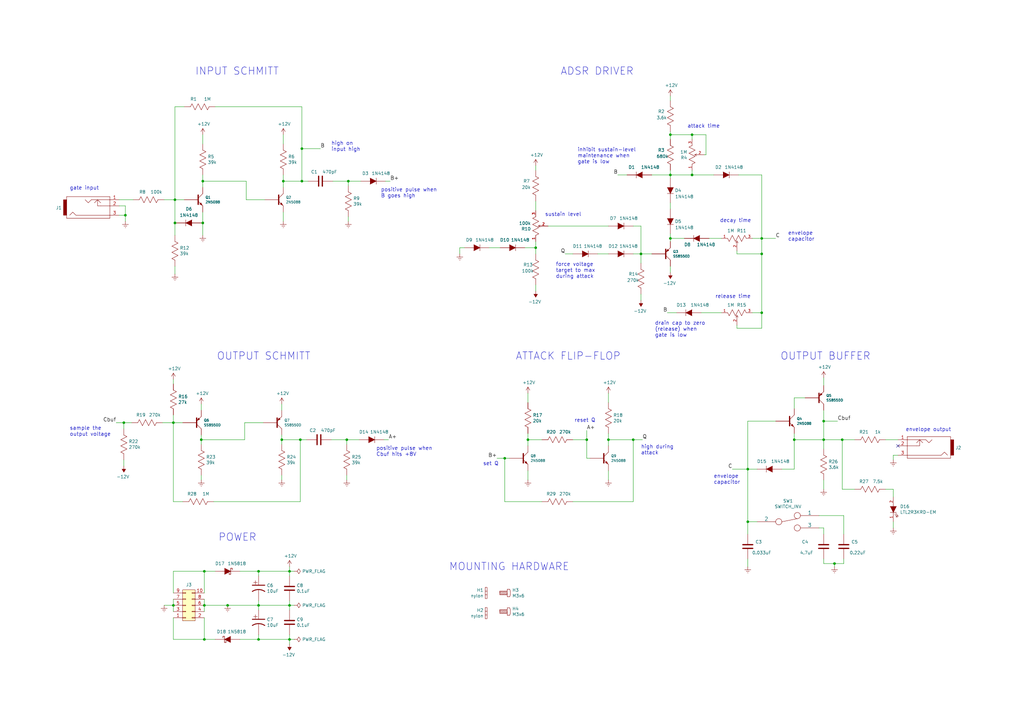
<source format=kicad_sch>
(kicad_sch (version 20211123) (generator eeschema)
  (paper "A3")
  (title_block (title "MSK 012 Transistor ADSR") (comment 1 "$Id: qadsr.kicad_sch 10136 2022-06-04 19:09:28Z mskala $"))
  (lib_symbols
    (symbol "mskala:+12V" (power) (pin_names (offset 0))
      (property "Value" "+12V" (at 0 3.556 0))
      (symbol "+12V_0_1"
        (polyline (pts (xy -0.762 1.27) (xy 0 2.54)))
        (polyline (pts (xy 0 0) (xy 0 2.54)))
        (polyline (pts (xy 0 2.54) (xy 0.762 1.27)))
      )
      (symbol "+12V_1_1"
        (pin power_in line (at 0 0 90) (length 0) hide (name "+12V") (number "1"))
      )
    )
    (symbol "mskala:-12V" (power) (pin_names (offset 0))
      (property "Value" "-12V" (at 0 3.81 0))
      (symbol "-12V_0_0"
        (pin power_in line (at 0 0 90) (length 0) hide (name "-12V") (number "1"))
      )
      (symbol "-12V_0_1"
        (polyline (pts (xy 0 0) (xy 0 1.27) (xy 0.762 1.27) (xy 0 2.54) (xy -0.762 1.27) (xy 0 1.27)) (fill (type outline)))
      )
    )
    (symbol "mskala:2N3904" (pin_numbers hide) (pin_names (offset 0) hide)
      (property "Reference" "Q" (at -2.54 -1.27 0))
      (property "Value" "2N3904" (at -2.54 -3.81 0))
      (symbol "2N3904_0_1"
        (polyline (pts (xy 0.635 0.635) (xy 2.54 2.54)))
        (polyline (pts (xy 0.635 -0.635) (xy 2.54 -2.54) (xy 2.54 -2.54)))
        (polyline (pts (xy 0.635 1.905) (xy 0.635 -1.905) (xy 0.635 -1.905)) (stroke (width 0.508)))
        (polyline (pts (xy 1.27 -1.778) (xy 1.778 -1.27) (xy 2.286 -2.286) (xy 1.27 -1.778) (xy 1.27 -1.778)) (fill (type outline)))
      )
      (symbol "2N3904_1_1"
        (pin passive line (at 2.54 -5.08 90) (length 2.54) (name "E") (number "1"))
        (pin input line (at -5.08 0 0) (length 5.715) (name "B") (number "2"))
        (pin passive line (at 2.54 5.08 270) (length 2.54) (name "C") (number "3"))
      )
    )
    (symbol "mskala:C-old" (pin_numbers hide) (pin_names (offset 0.254))
      (property "Reference" "C" (at 1.27 2.54 0))
      (property "Value" "C-old" (at 1.27 -2.54 0))
      (symbol "C-old_0_1"
        (polyline (pts (xy -2.032 -0.762) (xy 2.032 -0.762)) (stroke (width 0.508)))
        (polyline (pts (xy -2.032 0.762) (xy 2.032 0.762)) (stroke (width 0.508)))
      )
      (symbol "C-old_1_1"
        (pin passive line (at 0 5.08 270) (length 4.318) (name "~") (number "1"))
        (pin passive line (at 0 -5.08 90) (length 4.318) (name "~") (number "2"))
      )
    )
    (symbol "mskala:CONN_02X05" (pin_names (offset 0.0254) hide)
      (property "Reference" "J" (at 0 7.62 0))
      (property "Value" "CONN_02X05" (at 0 -7.62 0))
      (symbol "CONN_02X05_0_1"
        (rectangle (start -2.54 -4.953) (end -1.27 -5.207))
        (rectangle (start -2.54 -2.413) (end -1.27 -2.667))
        (rectangle (start -2.54 0.127) (end -1.27 -0.127))
        (rectangle (start -2.54 2.667) (end -1.27 2.413))
        (rectangle (start -2.54 5.207) (end -1.27 4.953))
        (rectangle (start -2.54 6.35) (end 2.54 -6.35) (fill (type background)))
        (rectangle (start 1.27 -4.953) (end 2.54 -5.207))
        (rectangle (start 1.27 -2.413) (end 2.54 -2.667))
        (rectangle (start 1.27 0.127) (end 2.54 -0.127))
        (rectangle (start 1.27 2.667) (end 2.54 2.413))
        (rectangle (start 1.27 5.207) (end 2.54 4.953))
      )
      (symbol "CONN_02X05_1_1"
        (pin passive line (at -6.35 5.08 0) (length 3.81) (name "P1") (number "1"))
        (pin passive line (at 6.35 -5.08 180) (length 3.81) (name "P10") (number "10"))
        (pin passive line (at 6.35 5.08 180) (length 3.81) (name "P2") (number "2"))
        (pin passive line (at -6.35 2.54 0) (length 3.81) (name "P3") (number "3"))
        (pin passive line (at 6.35 2.54 180) (length 3.81) (name "P4") (number "4"))
        (pin passive line (at -6.35 0 0) (length 3.81) (name "P5") (number "5"))
        (pin passive line (at 6.35 0 180) (length 3.81) (name "P6") (number "6"))
        (pin passive line (at -6.35 -2.54 0) (length 3.81) (name "P7") (number "7"))
        (pin passive line (at 6.35 -2.54 180) (length 3.81) (name "P8") (number "8"))
        (pin passive line (at -6.35 -5.08 0) (length 3.81) (name "P9") (number "9"))
      )
    )
    (symbol "mskala:CP1-old" (pin_numbers hide) (pin_names (offset 0.254) hide)
      (property "Reference" "C" (at 1.27 2.54 0))
      (property "Value" "CP1-old" (at 1.27 -2.54 0))
      (symbol "CP1-old_0_0"
        (text "+" (at -1.27 2.54 0) (effects (font (size 2.032 2.032))))
      )
      (symbol "CP1-old_0_1"
        (polyline (pts (xy -2.54 1.27) (xy 2.54 1.27) (xy 1.27 1.27) (xy 1.27 1.27)) (stroke (width 0.381)))
        (arc (start 2.54 -1.27) (mid 0 -0.5009) (end -2.54 -1.27) (stroke (width 0.381)))
      )
      (symbol "CP1-old_1_1"
        (pin passive line (at 0 5.08 270) (length 3.81) (name "~") (number "1"))
        (pin passive line (at 0 -5.08 90) (length 4.572) (name "~") (number "2"))
      )
    )
    (symbol "mskala:DIODE" (pin_numbers hide) (pin_names (offset 1.016) hide)
      (property "Reference" "D" (at 0 2.54 0))
      (property "Value" "DIODE" (at 0 -2.54 0))
      (symbol "DIODE_0_1"
        (polyline (pts (xy 1.27 1.27) (xy 1.27 -1.27)) (stroke (width 0.1524)))
        (polyline (pts (xy -1.27 1.27) (xy 1.27 0) (xy -1.27 -1.27)) (fill (type outline)))
      )
      (symbol "DIODE_1_1"
        (pin passive line (at -5.08 0 0) (length 3.81) (name "A") (number "1"))
        (pin passive line (at 5.08 0 180) (length 3.81) (name "K") (number "2"))
      )
    )
    (symbol "mskala:DIODESCH" (pin_numbers hide) (pin_names (offset 1.016) hide)
      (property "Reference" "D" (at 0 2.54 0))
      (property "Value" "DIODESCH" (at 0 -2.54 0))
      (symbol "DIODESCH_0_1"
        (polyline (pts (xy -1.27 1.27) (xy 1.27 0) (xy -1.27 -1.27)) (fill (type outline)))
        (polyline (pts (xy 1.905 0.635) (xy 1.905 1.27) (xy 1.27 1.27) (xy 1.27 -1.27) (xy 0.635 -1.27) (xy 0.635 -0.635)) (stroke (width 0.2032)))
      )
      (symbol "DIODESCH_1_1"
        (pin passive line (at -5.08 0 0) (length 3.81) (name "A") (number "1"))
        (pin passive line (at 5.08 0 180) (length 3.81) (name "K") (number "2"))
      )
    )
    (symbol "mskala:GNDREF" (power) (pin_names (offset 0))
      (symbol "GNDREF_0_1"
        (polyline (pts (xy -0.635 -1.905) (xy 0.635 -1.905)))
        (polyline (pts (xy -0.127 -2.54) (xy 0.127 -2.54)))
        (polyline (pts (xy 0 -1.27) (xy 0 0)))
        (polyline (pts (xy 1.27 -1.27) (xy -1.27 -1.27)))
      )
      (symbol "GNDREF_1_1"
        (pin power_in line (at 0 0 270) (length 0) hide (name "GNDREF") (number "1"))
      )
    )
    (symbol "mskala:JACK_2P" (pin_names (offset 1.016))
      (property "Reference" "J" (at -8.89 -5.08 0))
      (property "Value" "JACK_2P" (at -3.81 6.35 0))
      (symbol "JACK_2P_0_1"
        (rectangle (start -11.43 3.81) (end -10.16 -2.54) (fill (type outline)))
        (polyline (pts (xy 3.81 0) (xy 7.62 0) (xy 7.62 0)))
        (polyline (pts (xy 0 -2.54) (xy -1.27 -1.27) (xy -2.54 -2.54) (xy -2.54 -2.54)))
        (polyline (pts (xy 0 -2.54) (xy 7.62 -2.54) (xy 7.62 -2.54) (xy 7.62 -2.54)))
        (polyline (pts (xy 1.27 -1.27) (xy 2.54 -2.54) (xy 3.81 -1.27) (xy 3.81 -1.27)))
        (polyline (pts (xy 3.81 0) (xy 2.54 0) (xy 2.54 -2.54) (xy 2.54 -2.54)))
        (polyline (pts (xy 7.62 3.81) (xy -6.35 3.81) (xy -7.62 2.54) (xy -8.89 3.81) (xy -8.89 3.81)))
        (rectangle (start 7.62 -3.81) (end -10.16 5.08))
      )
      (symbol "JACK_2P_1_1"
        (pin passive line (at 11.43 -2.54 180) (length 3.81) (name "~") (number "1"))
        (pin passive line (at 11.43 0 180) (length 3.81) (name "~") (number "2"))
        (pin passive line (at 11.43 3.81 180) (length 3.81) (name "~") (number "3"))
      )
    )
    (symbol "mskala:LED-p1cath-msk" (pin_names (offset 1.016) hide)
      (property "Reference" "D" (at 0 2.54 0))
      (property "Value" "LED-p1cath-msk" (at 0 -2.54 0))
      (symbol "LED-p1cath-msk_0_1"
        (polyline (pts (xy 1.27 1.27) (xy 1.27 -1.27)))
        (polyline (pts (xy -1.27 1.27) (xy 1.27 0) (xy -1.27 -1.27)) (fill (type outline)))
        (polyline (pts (xy 1.651 -1.016) (xy 2.794 -2.032) (xy 2.667 -1.397)))
        (polyline (pts (xy 2.032 -0.635) (xy 3.175 -1.651) (xy 3.048 -1.016)))
      )
      (symbol "LED-p1cath-msk_1_1"
        (pin passive line (at 5.08 0 180) (length 3.81) (name "A") (number "1"))
        (pin passive line (at -5.08 0 0) (length 3.81) (name "K") (number "2"))
      )
    )
    (symbol "mskala:MachineScrew" (pin_names (offset 1.016)) (on_board no)
      (property "Reference" "H" (at 0 2.54 0))
      (property "Value" "MachineScrew" (at 0 -2.54 0))
      (symbol "MachineScrew_0_1"
        (arc (start -2.032 1.524) (mid -2.3448 0) (end -2.032 -1.524))
        (polyline (pts (xy -1.016 0.762) (xy -0.508 -0.762)))
        (polyline (pts (xy -0.508 0.762) (xy 0 -0.762)))
        (polyline (pts (xy 0 0.762) (xy 0.508 -0.762)))
        (polyline (pts (xy 0.508 0.762) (xy 1.016 -0.762)))
        (polyline (pts (xy 1.016 0.762) (xy 1.524 -0.762)))
        (polyline (pts (xy 1.524 0.762) (xy 2.032 -0.762)))
        (polyline (pts (xy -2.032 1.524) (xy -1.016 1.524) (xy -1.016 -1.524) (xy -2.032 -1.524)))
        (polyline (pts (xy -1.016 0.762) (xy 2.032 0.762) (xy 2.032 -0.762) (xy -1.016 -0.762)))
      )
    )
    (symbol "mskala:PN200A" (pin_numbers hide) (pin_names (offset 0) hide)
      (property "Reference" "Q" (at -1.27 -1.27 0))
      (property "Value" "PN200A" (at -2.54 -3.81 0))
      (symbol "PN200A_0_1"
        (polyline (pts (xy 2.54 -2.54) (xy 0.635 -0.635)))
        (polyline (pts (xy 2.54 2.54) (xy 0.635 0.635)))
        (polyline (pts (xy 0.635 1.905) (xy 0.635 -1.905) (xy 0.635 -1.905)) (stroke (width 0.508)) (fill (type outline)))
        (polyline (pts (xy 1.397 -1.905) (xy 1.905 -1.397) (xy 0.889 -0.889) (xy 1.397 -1.905) (xy 1.397 -1.905)) (fill (type outline)))
      )
      (symbol "PN200A_1_1"
        (pin passive line (at 2.54 -5.08 90) (length 2.54) (name "E") (number "1"))
        (pin input line (at -5.08 0 0) (length 5.715) (name "B") (number "2"))
        (pin passive line (at 2.54 5.08 270) (length 2.54) (name "C") (number "3"))
      )
    )
    (symbol "mskala:POTUS" (pin_names (offset 1.016) hide)
      (property "Reference" "R" (at 0 -2.54 0))
      (symbol "POTUS_0_1"
        (polyline (pts (xy -3.81 0) (xy -3.175 1.27) (xy -1.905 -1.27) (xy -0.635 1.27) (xy 0.635 -1.27) (xy 1.905 1.27) (xy 3.175 -1.27) (xy 3.81 0)))
        (arc (start 0 1.016) (mid -0.1553 1.4628) (end -0.508 1.778))
        (arc (start 0.508 1.778) (mid 0.1553 1.4628) (end 0 1.016))
      )
      (symbol "POTUS_1_1"
        (pin passive line (at -6.35 0 0) (length 2.54) (name "1") (number "1"))
        (pin passive line (at 0 5.08 270) (length 3.81) (name "2") (number "2"))
        (pin passive line (at 6.35 0 180) (length 2.54) (name "3") (number "3"))
      )
    )
    (symbol "mskala:PWR_FLAG" (power) (pin_numbers hide) (pin_names (offset 0) hide)
      (property "Value" "PWR_FLAG" (at 0 3.81 0))
      (symbol "PWR_FLAG_0_0"
        (pin power_out line (at 0 0 90) (length 0) (name "pwr") (number "1"))
      )
      (symbol "PWR_FLAG_0_1"
        (polyline (pts (xy 0 0) (xy 0 1.27) (xy -1.016 1.905) (xy 0 2.54) (xy 1.016 1.905) (xy 0 1.27)))
      )
    )
    (symbol "mskala:RUS" (pin_numbers hide) (pin_names (offset 0))
      (property "Reference" "R" (at -2.54 2.54 0))
      (property "Value" "RUS" (at 2.54 2.54 0))
      (symbol "RUS_0_1"
        (polyline (pts (xy -3.81 0) (xy -3.175 1.27) (xy -1.905 -1.27) (xy -0.635 1.27) (xy 0.635 -1.27) (xy 1.905 1.27) (xy 3.175 -1.27) (xy 3.81 0)))
      )
      (symbol "RUS_1_1"
        (pin passive line (at -6.35 0 0) (length 2.54) (name "~") (number "1"))
        (pin passive line (at 6.35 0 180) (length 2.54) (name "~") (number "2"))
      )
    )
    (symbol "mskala:SWITCH_INV" (pin_numbers hide) (pin_names (offset 0))
      (property "Reference" "SW" (at -5.08 3.81 0))
      (property "Value" "SWITCH_INV" (at -3.81 -3.81 0))
      (symbol "SWITCH_INV_0_0"
        (circle (center -3.81 0) (radius 1.27))
        (circle (center 3.81 -2.54) (radius 1.27))
      )
      (symbol "SWITCH_INV_0_1"
        (polyline (pts (xy -2.54 0) (xy 3.81 1.27)))
        (circle (center 3.81 2.54) (radius 1.27))
      )
      (symbol "SWITCH_INV_1_1"
        (pin passive line (at 12.7 2.54 180) (length 7.62) (name "1") (number "1"))
        (pin passive line (at -12.7 0 0) (length 7.62) (name "2") (number "2"))
        (pin passive line (at 12.7 -2.54 180) (length 7.62) (name "3") (number "3"))
      )
    )
    (symbol "mskala:Washer" (pin_names (offset 1.016)) (on_board no)
      (property "Reference" "H" (at 0 3.81 0))
      (property "Value" "Washer" (at 0 -3.81 0))
      (symbol "Washer_0_1"
        (rectangle (start -0.381 2.286) (end 0.381 -2.286))
        (polyline (pts (xy -0.381 -0.762) (xy 0.381 -0.762)))
        (polyline (pts (xy -0.381 0.762) (xy 0.381 0.762)))
      )
    )
  )
  (junction (at 51.435 88.265))
  (junction (at 274.955 55.245))
  (junction (at 71.12 173.355))
  (junction (at 312.42 104.14))
  (junction (at 249.555 180.34))
  (junction (at 259.715 180.34))
  (junction (at 345.44 180.34))
  (junction (at 82.55 180.34))
  (junction (at 83.185 91.44))
  (junction (at 342.265 231.14))
  (junction (at 123.825 60.96))
  (junction (at 312.42 97.79))
  (junction (at 118.745 234.315))
  (junction (at 123.19 180.34))
  (junction (at 142.24 180.34))
  (junction (at 106.045 262.255))
  (junction (at 142.875 74.295))
  (junction (at 240.665 180.34))
  (junction (at 83.82 234.315))
  (junction (at 219.71 101.6))
  (junction (at 216.535 180.34))
  (junction (at 325.755 180.34))
  (junction (at 283.845 71.755))
  (junction (at 118.745 262.255))
  (junction (at 118.745 248.285))
  (junction (at 337.82 172.72))
  (junction (at 337.82 180.34))
  (junction (at 207.01 187.96))
  (junction (at 93.345 248.285))
  (junction (at 115.57 180.34))
  (junction (at 262.89 104.14))
  (junction (at 106.045 248.285))
  (junction (at 71.755 91.44))
  (junction (at 283.845 55.245))
  (junction (at 83.82 248.285))
  (junction (at 116.205 74.295))
  (junction (at 306.705 213.995))
  (junction (at 71.12 248.285))
  (junction (at 274.955 71.755))
  (junction (at 312.42 128.27))
  (junction (at 123.825 74.295))
  (junction (at 274.955 97.79))
  (junction (at 306.705 192.405))
  (junction (at 83.82 262.255))
  (junction (at 50.8 173.355))
  (junction (at 71.755 81.915))
  (junction (at 83.185 74.295))
  (junction (at 106.045 234.315))
  (no_connect (at 368.3 182.88))
  (wire (pts (xy 337.82 158.115) (xy 337.82 154.94)))
  (wire (pts (xy 123.19 205.74) (xy 123.19 180.34)))
  (wire (pts (xy 142.24 194.945) (xy 142.24 196.85)))
  (wire (pts (xy 337.82 231.14) (xy 342.265 231.14)))
  (wire (pts (xy 83.185 86.995) (xy 83.185 91.44)))
  (wire (pts (xy 116.205 74.295) (xy 123.825 74.295)))
  (wire (pts (xy 71.12 155.575) (xy 71.12 157.48)))
  (wire (pts (xy 249.555 180.34) (xy 249.555 182.88)))
  (wire (pts (xy 346.075 211.455) (xy 346.075 219.075)))
  (wire (pts (xy 274.955 39.37) (xy 274.955 41.275)))
  (wire (pts (xy 224.79 92.71) (xy 249.555 92.71)))
  (wire (pts (xy 216.535 196.85) (xy 216.535 193.04)))
  (wire (pts (xy 123.19 180.34) (xy 125.73 180.34)))
  (wire (pts (xy 259.715 104.14) (xy 262.89 104.14)))
  (wire (pts (xy 274.955 55.245) (xy 283.845 55.245)))
  (wire (pts (xy 290.83 97.79) (xy 295.91 97.79)))
  (wire (pts (xy 259.715 205.74) (xy 259.715 180.34)))
  (wire (pts (xy 283.845 71.755) (xy 292.735 71.755)))
  (wire (pts (xy 219.71 119.38) (xy 219.71 116.84)))
  (wire (pts (xy 216.535 180.34) (xy 216.535 182.88)))
  (wire (pts (xy 366.395 213.995) (xy 366.395 216.535)))
  (wire (pts (xy 259.715 180.34) (xy 263.525 180.34)))
  (wire (pts (xy 219.71 82.55) (xy 219.71 86.36)))
  (wire (pts (xy 158.115 74.295) (xy 160.02 74.295)))
  (wire (pts (xy 83.185 74.295) (xy 83.185 76.835)))
  (wire (pts (xy 106.045 236.22) (xy 106.045 234.315)))
  (wire (pts (xy 48.895 81.915) (xy 54.61 81.915)))
  (wire (pts (xy 274.955 53.975) (xy 274.955 55.245)))
  (wire (pts (xy 216.535 177.8) (xy 216.535 180.34)))
  (wire (pts (xy 337.82 216.535) (xy 337.82 219.075)))
  (wire (pts (xy 335.915 211.455) (xy 346.075 211.455)))
  (wire (pts (xy 262.89 104.14) (xy 267.335 104.14)))
  (wire (pts (xy 71.12 262.255) (xy 83.82 262.255)))
  (wire (pts (xy 67.31 81.915) (xy 71.755 81.915)))
  (wire (pts (xy 118.745 232.41) (xy 118.745 234.315)))
  (wire (pts (xy 240.665 176.53) (xy 240.665 180.34)))
  (wire (pts (xy 83.185 71.755) (xy 83.185 74.295)))
  (wire (pts (xy 363.22 200.66) (xy 366.395 200.66)))
  (wire (pts (xy 72.39 91.44) (xy 71.755 91.44)))
  (wire (pts (xy 287.655 128.27) (xy 295.91 128.27)))
  (wire (pts (xy 50.8 188.595) (xy 50.8 191.135)))
  (wire (pts (xy 116.205 74.295) (xy 116.205 76.835)))
  (wire (pts (xy 93.345 248.285) (xy 106.045 248.285)))
  (wire (pts (xy 51.435 84.455) (xy 51.435 88.265)))
  (wire (pts (xy 47.625 173.355) (xy 50.8 173.355)))
  (wire (pts (xy 115.57 180.34) (xy 115.57 182.245)))
  (wire (pts (xy 118.745 234.315) (xy 120.65 234.315)))
  (wire (pts (xy 262.89 104.14) (xy 262.89 107.95)))
  (wire (pts (xy 71.755 43.815) (xy 75.565 43.815)))
  (wire (pts (xy 83.82 262.255) (xy 83.82 253.365)))
  (wire (pts (xy 249.555 193.04) (xy 249.555 196.85)))
  (wire (pts (xy 306.705 229.235) (xy 306.705 232.41)))
  (wire (pts (xy 234.95 205.74) (xy 259.715 205.74)))
  (wire (pts (xy 100.33 173.355) (xy 107.95 173.355)))
  (wire (pts (xy 118.745 262.255) (xy 118.745 264.16)))
  (wire (pts (xy 325.755 180.34) (xy 325.755 192.405)))
  (wire (pts (xy 123.825 74.295) (xy 126.365 74.295)))
  (wire (pts (xy 88.265 43.815) (xy 123.825 43.815)))
  (wire (pts (xy 274.955 71.755) (xy 283.845 71.755)))
  (wire (pts (xy 274.955 111.76) (xy 274.955 109.22)))
  (wire (pts (xy 188.595 101.6) (xy 190.5 101.6)))
  (wire (pts (xy 289.56 63.5) (xy 288.925 63.5)))
  (wire (pts (xy 325.755 180.34) (xy 337.82 180.34)))
  (wire (pts (xy 116.205 86.995) (xy 116.205 90.805)))
  (wire (pts (xy 274.955 95.885) (xy 274.955 97.79)))
  (wire (pts (xy 83.82 234.315) (xy 83.82 243.205)))
  (wire (pts (xy 337.82 196.85) (xy 337.82 200.66)))
  (wire (pts (xy 312.42 97.79) (xy 312.42 104.14)))
  (wire (pts (xy 82.55 194.945) (xy 82.55 196.85)))
  (wire (pts (xy 142.24 182.245) (xy 142.24 180.34)))
  (wire (pts (xy 71.755 112.395) (xy 71.755 109.22)))
  (wire (pts (xy 83.82 262.255) (xy 88.265 262.255)))
  (wire (pts (xy 100.965 74.295) (xy 100.965 81.915)))
  (wire (pts (xy 135.89 180.34) (xy 142.24 180.34)))
  (wire (pts (xy 346.075 231.14) (xy 346.075 229.235)))
  (wire (pts (xy 82.55 180.34) (xy 82.55 182.245)))
  (wire (pts (xy 310.515 213.995) (xy 306.705 213.995)))
  (wire (pts (xy 48.895 84.455) (xy 51.435 84.455)))
  (wire (pts (xy 82.55 178.435) (xy 82.55 180.34)))
  (wire (pts (xy 123.825 60.96) (xy 131.445 60.96)))
  (wire (pts (xy 219.71 101.6) (xy 219.71 104.14)))
  (wire (pts (xy 82.55 180.34) (xy 100.33 180.34)))
  (wire (pts (xy 325.755 177.8) (xy 325.755 180.34)))
  (wire (pts (xy 249.555 177.8) (xy 249.555 180.34)))
  (wire (pts (xy 118.745 248.285) (xy 118.745 250.19)))
  (wire (pts (xy 337.82 172.72) (xy 337.82 180.34)))
  (wire (pts (xy 240.665 187.96) (xy 241.935 187.96)))
  (wire (pts (xy 267.335 71.755) (xy 274.955 71.755)))
  (wire (pts (xy 118.745 262.255) (xy 120.65 262.255)))
  (wire (pts (xy 219.71 101.6) (xy 215.265 101.6)))
  (wire (pts (xy 274.955 97.79) (xy 274.955 99.06)))
  (wire (pts (xy 116.205 71.755) (xy 116.205 74.295)))
  (wire (pts (xy 300.355 192.405) (xy 306.705 192.405)))
  (wire (pts (xy 71.12 173.355) (xy 74.93 173.355)))
  (wire (pts (xy 363.22 180.34) (xy 368.3 180.34)))
  (wire (pts (xy 207.01 205.74) (xy 207.01 187.96)))
  (wire (pts (xy 222.25 205.74) (xy 207.01 205.74)))
  (wire (pts (xy 253.365 71.755) (xy 257.175 71.755)))
  (wire (pts (xy 207.01 187.96) (xy 208.915 187.96)))
  (wire (pts (xy 312.42 128.27) (xy 312.42 134.62)))
  (wire (pts (xy 342.265 231.14) (xy 346.075 231.14)))
  (wire (pts (xy 219.71 99.06) (xy 219.71 101.6)))
  (wire (pts (xy 118.745 234.315) (xy 118.745 236.22)))
  (wire (pts (xy 274.955 83.185) (xy 274.955 85.725)))
  (wire (pts (xy 83.185 91.44) (xy 83.185 96.52)))
  (wire (pts (xy 118.745 246.38) (xy 118.745 248.285)))
  (wire (pts (xy 71.755 81.915) (xy 75.565 81.915)))
  (wire (pts (xy 274.955 97.79) (xy 280.67 97.79)))
  (wire (pts (xy 115.57 165.735) (xy 115.57 168.275)))
  (wire (pts (xy 106.045 248.285) (xy 106.045 250.19)))
  (wire (pts (xy 106.045 246.38) (xy 106.045 248.285)))
  (wire (pts (xy 302.26 102.87) (xy 302.26 104.14)))
  (wire (pts (xy 188.595 104.14) (xy 188.595 101.6)))
  (wire (pts (xy 142.875 88.9) (xy 142.875 90.805)))
  (wire (pts (xy 337.82 180.34) (xy 345.44 180.34)))
  (wire (pts (xy 274.955 69.85) (xy 274.955 71.755)))
  (wire (pts (xy 71.755 91.44) (xy 71.755 96.52)))
  (wire (pts (xy 312.42 128.27) (xy 308.61 128.27)))
  (wire (pts (xy 283.845 71.755) (xy 283.845 69.85)))
  (wire (pts (xy 71.12 170.18) (xy 71.12 173.355)))
  (wire (pts (xy 335.915 216.535) (xy 337.82 216.535)))
  (wire (pts (xy 302.895 71.755) (xy 312.42 71.755)))
  (wire (pts (xy 83.82 234.315) (xy 88.265 234.315)))
  (wire (pts (xy 98.425 234.315) (xy 106.045 234.315)))
  (wire (pts (xy 325.755 167.64) (xy 325.755 163.195)))
  (wire (pts (xy 302.26 104.14) (xy 312.42 104.14)))
  (wire (pts (xy 234.95 104.14) (xy 231.775 104.14)))
  (wire (pts (xy 249.555 165.1) (xy 249.555 161.29)))
  (wire (pts (xy 342.265 231.14) (xy 342.265 232.41)))
  (wire (pts (xy 100.965 81.915) (xy 108.585 81.915)))
  (wire (pts (xy 203.835 187.96) (xy 207.01 187.96)))
  (wire (pts (xy 337.82 229.235) (xy 337.82 231.14)))
  (wire (pts (xy 71.755 81.915) (xy 71.755 91.44)))
  (wire (pts (xy 71.12 234.315) (xy 83.82 234.315)))
  (wire (pts (xy 83.82 248.285) (xy 93.345 248.285)))
  (wire (pts (xy 87.63 205.74) (xy 123.19 205.74)))
  (wire (pts (xy 306.705 172.72) (xy 306.705 192.405)))
  (wire (pts (xy 240.665 180.34) (xy 240.665 187.96)))
  (wire (pts (xy 366.395 200.66) (xy 366.395 203.835)))
  (wire (pts (xy 116.205 59.055) (xy 116.205 55.245)))
  (wire (pts (xy 83.185 74.295) (xy 100.965 74.295)))
  (wire (pts (xy 83.82 248.285) (xy 83.82 250.825)))
  (wire (pts (xy 83.185 59.055) (xy 83.185 55.245)))
  (wire (pts (xy 106.045 234.315) (xy 118.745 234.315)))
  (wire (pts (xy 118.745 248.285) (xy 120.65 248.285)))
  (wire (pts (xy 345.44 200.66) (xy 350.52 200.66)))
  (wire (pts (xy 234.95 180.34) (xy 240.665 180.34)))
  (wire (pts (xy 216.535 165.1) (xy 216.535 161.29)))
  (wire (pts (xy 259.715 92.71) (xy 262.89 92.71)))
  (wire (pts (xy 50.8 173.355) (xy 53.975 173.355)))
  (wire (pts (xy 306.705 172.72) (xy 318.135 172.72)))
  (wire (pts (xy 106.045 260.35) (xy 106.045 262.255)))
  (wire (pts (xy 325.755 163.195) (xy 330.2 163.195)))
  (wire (pts (xy 115.57 196.85) (xy 115.57 194.945)))
  (wire (pts (xy 345.44 180.34) (xy 345.44 200.66)))
  (wire (pts (xy 306.705 192.405) (xy 306.705 213.995)))
  (wire (pts (xy 216.535 180.34) (xy 222.25 180.34)))
  (wire (pts (xy 274.955 55.245) (xy 274.955 57.15)))
  (wire (pts (xy 71.12 253.365) (xy 71.12 262.255)))
  (wire (pts (xy 82.55 165.735) (xy 82.55 168.275)))
  (wire (pts (xy 325.755 192.405) (xy 320.675 192.405)))
  (wire (pts (xy 245.11 104.14) (xy 249.555 104.14)))
  (wire (pts (xy 123.825 43.815) (xy 123.825 60.96)))
  (wire (pts (xy 115.57 178.435) (xy 115.57 180.34)))
  (wire (pts (xy 98.425 262.255) (xy 106.045 262.255)))
  (wire (pts (xy 366.395 188.595) (xy 366.395 186.69)))
  (wire (pts (xy 306.705 192.405) (xy 310.515 192.405)))
  (wire (pts (xy 308.61 97.79) (xy 312.42 97.79)))
  (wire (pts (xy 302.26 134.62) (xy 312.42 134.62)))
  (wire (pts (xy 262.89 123.19) (xy 262.89 120.65)))
  (wire (pts (xy 142.875 76.2) (xy 142.875 74.295)))
  (wire (pts (xy 366.395 186.69) (xy 368.3 186.69)))
  (wire (pts (xy 71.12 245.745) (xy 71.12 248.285)))
  (wire (pts (xy 142.24 180.34) (xy 147.32 180.34)))
  (wire (pts (xy 337.82 180.34) (xy 337.82 184.15)))
  (wire (pts (xy 71.12 243.205) (xy 71.12 234.315)))
  (wire (pts (xy 51.435 88.265) (xy 51.435 90.805)))
  (wire (pts (xy 100.33 180.34) (xy 100.33 173.355)))
  (wire (pts (xy 345.44 180.34) (xy 350.52 180.34)))
  (wire (pts (xy 115.57 180.34) (xy 123.19 180.34)))
  (wire (pts (xy 106.045 262.255) (xy 118.745 262.255)))
  (wire (pts (xy 283.845 55.245) (xy 289.56 55.245)))
  (wire (pts (xy 50.8 175.895) (xy 50.8 173.355)))
  (wire (pts (xy 312.42 71.755) (xy 312.42 97.79)))
  (wire (pts (xy 82.55 91.44) (xy 83.185 91.44)))
  (wire (pts (xy 312.42 97.79) (xy 318.135 97.79)))
  (wire (pts (xy 262.89 92.71) (xy 262.89 104.14)))
  (wire (pts (xy 283.845 55.245) (xy 283.845 57.15)))
  (wire (pts (xy 312.42 104.14) (xy 312.42 128.27)))
  (wire (pts (xy 118.745 260.35) (xy 118.745 262.255)))
  (wire (pts (xy 71.12 205.74) (xy 74.93 205.74)))
  (wire (pts (xy 337.82 168.275) (xy 337.82 172.72)))
  (wire (pts (xy 71.12 248.285) (xy 71.12 250.825)))
  (wire (pts (xy 48.895 88.265) (xy 51.435 88.265)))
  (wire (pts (xy 136.525 74.295) (xy 142.875 74.295)))
  (wire (pts (xy 274.955 71.755) (xy 274.955 73.025)))
  (wire (pts (xy 277.495 128.27) (xy 273.685 128.27)))
  (wire (pts (xy 157.48 180.34) (xy 159.385 180.34)))
  (wire (pts (xy 302.26 133.35) (xy 302.26 134.62)))
  (wire (pts (xy 71.12 173.355) (xy 71.12 205.74)))
  (wire (pts (xy 106.045 248.285) (xy 118.745 248.285)))
  (wire (pts (xy 142.875 74.295) (xy 147.955 74.295)))
  (wire (pts (xy 289.56 55.245) (xy 289.56 63.5)))
  (wire (pts (xy 306.705 213.995) (xy 306.705 219.075)))
  (wire (pts (xy 200.66 101.6) (xy 205.105 101.6)))
  (wire (pts (xy 71.755 43.815) (xy 71.755 81.915)))
  (wire (pts (xy 67.31 248.285) (xy 71.12 248.285)))
  (wire (pts (xy 66.675 173.355) (xy 71.12 173.355)))
  (wire (pts (xy 219.71 67.945) (xy 219.71 69.85)))
  (wire (pts (xy 123.825 60.96) (xy 123.825 74.295)))
  (wire (pts (xy 337.82 172.72) (xy 343.535 172.72)))
  (wire (pts (xy 249.555 180.34) (xy 259.715 180.34)))
  (wire (pts (xy 83.82 245.745) (xy 83.82 248.285)))
  (text "inhibit sustain-level\nmaintenance when\ngate is low" (at 236.855 67.31 0) (effects (font (size 1.524 1.524)) (justify left bottom)))
  (text "drain cap to zero\n(release) when\ngate is low" (at 268.605 138.43 0) (effects (font (size 1.524 1.524)) (justify left bottom)))
  (text "positive pulse when\nB goes high" (at 156.21 81.28 0) (effects (font (size 1.524 1.524)) (justify left bottom)))
  (text "ADSR DRIVER" (at 229.87 31.115 0) (effects (font (size 3.048 3.048)) (justify left bottom)))
  (text "sustain level" (at 223.52 88.9 0) (effects (font (size 1.524 1.524)) (justify left bottom)))
  (text "envelope output" (at 371.475 177.165 0) (effects (font (size 1.524 1.524)) (justify left bottom)))
  (text "POWER" (at 89.535 222.25 0) (effects (font (size 3.048 3.048)) (justify left bottom)))
  (text "OUTPUT SCHMITT" (at 88.9 147.955 0) (effects (font (size 3.048 3.048)) (justify left bottom)))
  (text "decay time" (at 295.275 91.44 0) (effects (font (size 1.524 1.524)) (justify left bottom)))
  (text "set Q" (at 198.12 191.135 0) (effects (font (size 1.524 1.524)) (justify left bottom)))
  (text "envelope\ncapacitor" (at 292.735 198.755 0) (effects (font (size 1.524 1.524)) (justify left bottom)))
  (text "OUTPUT BUFFER" (at 320.04 147.955 0) (effects (font (size 3.048 3.048)) (justify left bottom)))
  (text "envelope\ncapacitor" (at 323.215 99.06 0) (effects (font (size 1.524 1.524)) (justify left bottom)))
  (text "reset Q" (at 235.585 173.355 0) (effects (font (size 1.524 1.524)) (justify left bottom)))
  (text "attack time" (at 281.94 52.705 0) (effects (font (size 1.524 1.524)) (justify left bottom)))
  (text "sample the\noutput voltage" (at 28.575 179.07 0) (effects (font (size 1.524 1.524)) (justify left bottom)))
  (text "MOUNTING HARDWARE" (at 184.15 234.315 0) (effects (font (size 3.048 3.048)) (justify left bottom)))
  (text "ATTACK FLIP-FLOP" (at 211.455 147.955 0) (effects (font (size 3.048 3.048)) (justify left bottom)))
  (text "positive pulse when\nCbuf hits +8V" (at 154.305 187.325 0) (effects (font (size 1.524 1.524)) (justify left bottom)))
  (text "INPUT SCHMITT" (at 80.01 31.115 0) (effects (font (size 3.048 3.048)) (justify left bottom)))
  (text "force voltage\ntarget to max\nduring attack" (at 227.965 114.3 0) (effects (font (size 1.524 1.524)) (justify left bottom)))
  (text "release time" (at 293.37 122.555 0) (effects (font (size 1.524 1.524)) (justify left bottom)))
  (text "high during\nattack" (at 262.89 186.69 0) (effects (font (size 1.524 1.524)) (justify left bottom)))
  (text "high on\ninput high" (at 135.89 62.23 0) (effects (font (size 1.524 1.524)) (justify left bottom)))
  (text "gate input" (at 28.575 78.105 0) (effects (font (size 1.524 1.524)) (justify left bottom)))
  (label "B" (at 253.365 71.755 180) (effects (font (size 1.524 1.524))))
  (label "Cbuf" (at 343.535 172.72 0) (effects (font (size 1.524 1.524))))
  (label "Q" (at 263.525 180.34 0) (effects (font (size 1.524 1.524))))
  (label "B+" (at 160.02 74.295 0) (effects (font (size 1.524 1.524))))
  (label "B+" (at 203.835 187.96 180) (effects (font (size 1.524 1.524))))
  (label "C" (at 318.135 97.79 0) (effects (font (size 1.524 1.524))))
  (label "Cbuf" (at 47.625 173.355 180) (effects (font (size 1.524 1.524))))
  (label "A+" (at 240.665 176.53 0) (effects (font (size 1.524 1.524))))
  (label "B" (at 131.445 60.96 0) (effects (font (size 1.524 1.524))))
  (label "C" (at 300.355 192.405 180) (effects (font (size 1.524 1.524))))
  (label "A+" (at 159.385 180.34 0) (effects (font (size 1.524 1.524))))
  (label "Q" (at 231.775 104.14 180) (effects (font (size 1.524 1.524))))
  (label "B" (at 273.685 128.27 180) (effects (font (size 1.524 1.524))))
  (symbol (lib_id "mskala:JACK_2P") (at 37.465 84.455 0) (mirror x) (unit 1)
    (property "Reference" "J1" (at 25.3238 85.217 0) (effects (justify right)))
    (property "Value" "JACK_2P" (effects hide))
    (property "Footprint" "mskala:jack_ra_slotted_msk" (effects hide))
  )
  (symbol (lib_id "mskala:RUS") (at 60.96 81.915 0) (unit 1)
    (property "Reference" "R8" (at 58.42 78.74 0))
    (property "Value" "100k" (at 64.135 78.74 0))
    (property "Footprint" "mskala:R35valmsk" (effects hide))
  )
  (symbol (lib_id "mskala:RUS") (at 71.755 102.87 270) (unit 1)
    (property "Reference" "R12" (at 73.7362 101.7016 90) (effects (justify left)))
    (property "Value" "39k" (at 73.7362 104.013 90) (effects (justify left)))
    (property "Footprint" "mskala:R35valmsk" (effects hide))
  )
  (symbol (lib_id "mskala:RUS") (at 83.185 65.405 270) (unit 1)
    (property "Reference" "R5" (at 85.1662 64.2366 90) (effects (justify left)))
    (property "Value" "39k" (at 85.1662 66.548 90) (effects (justify left)))
    (property "Footprint" "mskala:R35valmsk" (effects hide))
  )
  (symbol (lib_id "mskala:RUS") (at 116.205 65.405 270) (unit 1)
    (property "Reference" "R6" (at 118.1862 64.2366 90) (effects (justify left)))
    (property "Value" "39k" (at 118.1862 66.548 90) (effects (justify left)))
    (property "Footprint" "mskala:R35valmsk" (effects hide))
  )
  (symbol (lib_id "mskala:RUS") (at 142.875 82.55 270) (unit 1)
    (property "Reference" "R9" (at 144.8562 81.3816 90) (effects (justify left)))
    (property "Value" "39k" (at 144.8562 83.693 90) (effects (justify left)))
    (property "Footprint" "mskala:R35valmsk" (effects hide))
  )
  (symbol (lib_id "mskala:2N3904") (at 80.645 81.915 0) (unit 1)
    (property "Reference" "Q1" (at 84.2264 80.9498 0) (effects (font (size 1.016 1.016)) (justify left)))
    (property "Value" "2N5088" (at 84.2264 82.8802 0) (effects (font (size 1.016 1.016)) (justify left)))
    (property "Footprint" "mskala:TO92msk" (effects hide))
  )
  (symbol (lib_id "mskala:2N3904") (at 113.665 81.915 0) (unit 1)
    (property "Reference" "Q2" (at 117.2464 80.9498 0) (effects (font (size 1.016 1.016)) (justify left)))
    (property "Value" "2N5088" (at 117.2464 82.8802 0) (effects (font (size 1.016 1.016)) (justify left)))
    (property "Footprint" "mskala:TO92msk" (effects hide))
  )
  (symbol (lib_id "mskala:C-old") (at 131.445 74.295 90) (unit 1)
    (property "Reference" "C1" (at 128.905 70.485 90))
    (property "Value" "470pF" (at 135.255 70.485 90))
    (property "Footprint" "mskala:C2msk" (effects hide))
  )
  (symbol (lib_id "mskala:DIODE") (at 153.035 74.295 0) (unit 1)
    (property "Reference" "D3" (at 149.86 71.12 0))
    (property "Value" "1N4148" (at 156.21 71.12 0))
    (property "Footprint" "mskala:DO35_3msk" (effects hide))
  )
  (symbol (lib_id "mskala:GNDREF") (at 51.435 90.805 0) (unit 1)
    (property "Reference" "#PWR02" (effects hide))
    (property "Value" "GNDREF" (effects hide))
  )
  (symbol (lib_id "mskala:GNDREF") (at 71.755 112.395 0) (unit 1)
    (property "Reference" "#PWR05" (effects hide))
    (property "Value" "GNDREF" (effects hide))
  )
  (symbol (lib_id "mskala:GNDREF") (at 83.185 96.52 0) (unit 1)
    (property "Reference" "#PWR09" (effects hide))
    (property "Value" "GNDREF" (effects hide))
  )
  (symbol (lib_id "mskala:GNDREF") (at 116.205 90.805 0) (unit 1)
    (property "Reference" "#PWR014" (effects hide))
    (property "Value" "GNDREF" (effects hide))
  )
  (symbol (lib_id "mskala:GNDREF") (at 142.875 90.805 0) (unit 1)
    (property "Reference" "#PWR018" (effects hide))
    (property "Value" "GNDREF" (effects hide))
  )
  (symbol (lib_id "mskala:+12V") (at 83.185 55.245 0) (unit 1)
    (property "Reference" "#PWR08" (effects hide))
    (property "Value" "+12V" (at 83.566 50.8508 0))
  )
  (symbol (lib_id "mskala:+12V") (at 116.205 55.245 0) (unit 1)
    (property "Reference" "#PWR013" (effects hide))
    (property "Value" "+12V" (at 116.586 50.8508 0))
  )
  (symbol (lib_id "mskala:RUS") (at 81.915 43.815 0) (unit 1)
    (property "Reference" "R1" (at 79.375 40.64 0))
    (property "Value" "1M" (at 85.09 40.64 0))
    (property "Footprint" "mskala:R35valmsk" (effects hide))
  )
  (symbol (lib_id "mskala:PN200A") (at 80.01 173.355 0) (mirror x) (unit 1)
    (property "Reference" "Q6" (at 83.5914 172.3898 0) (effects (font (size 1.016 1.016)) (justify left)))
    (property "Value" "SS8550D" (at 83.5914 174.3202 0) (effects (font (size 1.016 1.016)) (justify left)))
    (property "Footprint" "mskala:TO92Xmsk" (effects hide))
  )
  (symbol (lib_id "mskala:PN200A") (at 113.03 173.355 0) (mirror x) (unit 1)
    (property "Reference" "Q7" (at 116.6114 172.3898 0) (effects (font (size 1.016 1.016)) (justify left)))
    (property "Value" "SS8550D" (at 116.6114 174.3202 0) (effects (font (size 1.016 1.016)) (justify left)))
    (property "Footprint" "mskala:TO92Xmsk" (effects hide))
  )
  (symbol (lib_id "mskala:RUS") (at 82.55 188.595 270) (unit 1)
    (property "Reference" "R23" (at 84.5312 187.4266 90) (effects (justify left)))
    (property "Value" "39k" (at 84.5312 189.738 90) (effects (justify left)))
    (property "Footprint" "mskala:R35valmsk" (effects hide))
  )
  (symbol (lib_id "mskala:RUS") (at 115.57 188.595 270) (unit 1)
    (property "Reference" "R24" (at 117.5512 187.4266 90) (effects (justify left)))
    (property "Value" "39k" (at 117.5512 189.738 90) (effects (justify left)))
    (property "Footprint" "mskala:R35valmsk" (effects hide))
  )
  (symbol (lib_id "mskala:RUS") (at 71.12 163.83 270) (unit 1)
    (property "Reference" "R16" (at 73.1012 162.6616 90) (effects (justify left)))
    (property "Value" "27k" (at 73.1012 164.973 90) (effects (justify left)))
    (property "Footprint" "mskala:R35valmsk" (effects hide))
  )
  (symbol (lib_id "mskala:+12V") (at 71.12 155.575 0) (unit 1)
    (property "Reference" "#PWR04" (effects hide))
    (property "Value" "+12V" (at 71.501 151.1808 0))
  )
  (symbol (lib_id "mskala:+12V") (at 82.55 165.735 0) (unit 1)
    (property "Reference" "#PWR06" (effects hide))
    (property "Value" "+12V" (at 82.931 161.3408 0))
  )
  (symbol (lib_id "mskala:+12V") (at 115.57 165.735 0) (unit 1)
    (property "Reference" "#PWR011" (effects hide))
    (property "Value" "+12V" (at 115.951 161.3408 0))
  )
  (symbol (lib_id "mskala:RUS") (at 142.24 188.595 270) (unit 1)
    (property "Reference" "R25" (at 144.2212 187.4266 90) (effects (justify left)))
    (property "Value" "39k" (at 144.2212 189.738 90) (effects (justify left)))
    (property "Footprint" "mskala:R35valmsk" (effects hide))
  )
  (symbol (lib_id "mskala:C-old") (at 130.81 180.34 90) (unit 1)
    (property "Reference" "C2" (at 128.27 176.53 90))
    (property "Value" "470pF" (at 134.62 176.53 90))
    (property "Footprint" "mskala:C2msk" (effects hide))
  )
  (symbol (lib_id "mskala:DIODE") (at 152.4 180.34 0) (unit 1)
    (property "Reference" "D14" (at 149.225 177.165 0))
    (property "Value" "1N4148" (at 155.575 177.165 0))
    (property "Footprint" "mskala:DO35_3msk" (effects hide))
  )
  (symbol (lib_id "mskala:GNDREF") (at 142.24 196.85 0) (unit 1)
    (property "Reference" "#PWR017" (effects hide))
    (property "Value" "GNDREF" (effects hide))
  )
  (symbol (lib_id "mskala:GNDREF") (at 82.55 196.85 0) (unit 1)
    (property "Reference" "#PWR07" (effects hide))
    (property "Value" "GNDREF" (effects hide))
  )
  (symbol (lib_id "mskala:GNDREF") (at 115.57 196.85 0) (unit 1)
    (property "Reference" "#PWR012" (effects hide))
    (property "Value" "GNDREF" (effects hide))
  )
  (symbol (lib_id "mskala:RUS") (at 81.28 205.74 0) (unit 1)
    (property "Reference" "R28" (at 78.74 202.565 0))
    (property "Value" "1M" (at 84.455 202.565 0))
    (property "Footprint" "mskala:R35valmsk" (effects hide))
  )
  (symbol (lib_id "mskala:RUS") (at 60.325 173.355 0) (unit 1)
    (property "Reference" "R19" (at 57.785 170.18 0))
    (property "Value" "270k" (at 63.5 170.18 0))
    (property "Footprint" "mskala:R35valmsk" (effects hide))
  )
  (symbol (lib_id "mskala:RUS") (at 50.8 182.245 270) (unit 1)
    (property "Reference" "R22" (at 52.7812 181.0766 90) (effects (justify left)))
    (property "Value" "270k" (at 52.7812 183.388 90) (effects (justify left)))
    (property "Footprint" "mskala:R35valmsk" (effects hide))
  )
  (symbol (lib_id "mskala:-12V") (at 50.8 191.135 180) (unit 1)
    (property "Reference" "#PWR01" (effects hide))
    (property "Value" "-12V" (at 50.419 195.5292 0))
  )
  (symbol (lib_id "mskala:RUS") (at 216.535 171.45 270) (unit 1)
    (property "Reference" "R17" (at 218.5162 170.2816 90) (effects (justify left)))
    (property "Value" "20k" (at 218.5162 172.593 90) (effects (justify left)))
    (property "Footprint" "mskala:R35valmsk" (effects hide))
  )
  (symbol (lib_id "mskala:RUS") (at 249.555 171.45 270) (unit 1)
    (property "Reference" "R18" (at 251.5362 170.2816 90) (effects (justify left)))
    (property "Value" "20k" (at 251.5362 172.593 90) (effects (justify left)))
    (property "Footprint" "mskala:R35valmsk" (effects hide))
  )
  (symbol (lib_id "mskala:2N3904") (at 213.995 187.96 0) (unit 1)
    (property "Reference" "Q8" (at 217.5764 186.9948 0) (effects (font (size 1.016 1.016)) (justify left)))
    (property "Value" "2N5088" (at 217.5764 188.9252 0) (effects (font (size 1.016 1.016)) (justify left)))
    (property "Footprint" "mskala:TO92msk" (effects hide))
  )
  (symbol (lib_id "mskala:2N3904") (at 247.015 187.96 0) (unit 1)
    (property "Reference" "Q9" (at 250.5964 186.9948 0) (effects (font (size 1.016 1.016)) (justify left)))
    (property "Value" "2N5088" (at 250.5964 188.9252 0) (effects (font (size 1.016 1.016)) (justify left)))
    (property "Footprint" "mskala:TO92msk" (effects hide))
  )
  (symbol (lib_id "mskala:GNDREF") (at 216.535 196.85 0) (unit 1)
    (property "Reference" "#PWR021" (effects hide))
    (property "Value" "GNDREF" (effects hide))
  )
  (symbol (lib_id "mskala:GNDREF") (at 249.555 196.85 0) (unit 1)
    (property "Reference" "#PWR025" (effects hide))
    (property "Value" "GNDREF" (effects hide))
  )
  (symbol (lib_id "mskala:+12V") (at 216.535 161.29 0) (unit 1)
    (property "Reference" "#PWR020" (effects hide))
    (property "Value" "+12V" (at 216.916 156.8958 0))
  )
  (symbol (lib_id "mskala:+12V") (at 249.555 161.29 0) (unit 1)
    (property "Reference" "#PWR024" (effects hide))
    (property "Value" "+12V" (at 249.936 156.8958 0))
  )
  (symbol (lib_id "mskala:RUS") (at 228.6 180.34 0) (unit 1)
    (property "Reference" "R20" (at 226.06 177.165 0))
    (property "Value" "270k" (at 231.775 177.165 0))
    (property "Footprint" "mskala:R35valmsk" (effects hide))
  )
  (symbol (lib_id "mskala:RUS") (at 228.6 205.74 0) (unit 1)
    (property "Reference" "R29" (at 226.06 202.565 0))
    (property "Value" "270k" (at 231.775 202.565 0))
    (property "Footprint" "mskala:R35valmsk" (effects hide))
  )
  (symbol (lib_id "mskala:RUS") (at 219.71 76.2 270) (unit 1)
    (property "Reference" "R7" (at 214.63 74.295 90) (effects (justify left)))
    (property "Value" "20k" (at 213.995 76.835 90) (effects (justify left)))
    (property "Footprint" "mskala:R35valmsk" (effects hide))
  )
  (symbol (lib_id "mskala:+12V") (at 219.71 67.945 0) (unit 1)
    (property "Reference" "#PWR022" (effects hide))
    (property "Value" "+12V" (at 220.091 63.5508 0))
  )
  (symbol (lib_id "mskala:POTUS") (at 219.71 92.71 270) (mirror x) (unit 1)
    (property "Reference" "R10" (at 217.7288 93.8784 90) (effects (justify right)))
    (property "Value" "100k" (at 217.7288 91.567 90) (effects (justify right)))
    (property "Footprint" "mskala:P160KNPpot" (effects hide))
  )
  (symbol (lib_id "mskala:DIODE") (at 254.635 92.71 0) (unit 1)
    (property "Reference" "D7" (at 251.46 89.535 0))
    (property "Value" "1N4148" (at 257.81 89.535 0))
    (property "Footprint" "mskala:DO35_3msk" (effects hide))
  )
  (symbol (lib_id "mskala:RUS") (at 219.71 110.49 270) (unit 1)
    (property "Reference" "R13" (at 214.63 108.585 90) (effects (justify left)))
    (property "Value" "100k" (at 213.995 111.125 90) (effects (justify left)))
    (property "Footprint" "mskala:R35valmsk" (effects hide))
  )
  (symbol (lib_id "mskala:DIODE") (at 210.185 101.6 0) (unit 1)
    (property "Reference" "D10" (at 207.01 98.425 0))
    (property "Value" "1N4148" (at 213.36 98.425 0))
    (property "Footprint" "mskala:DO35_3msk" (effects hide))
  )
  (symbol (lib_id "mskala:DIODE") (at 195.58 101.6 0) (unit 1)
    (property "Reference" "D9" (at 192.405 98.425 0))
    (property "Value" "1N4148" (at 198.755 98.425 0))
    (property "Footprint" "mskala:DO35_3msk" (effects hide))
  )
  (symbol (lib_id "mskala:GNDREF") (at 188.595 104.14 0) (unit 1)
    (property "Reference" "#PWR019" (effects hide))
    (property "Value" "GNDREF" (effects hide))
  )
  (symbol (lib_id "mskala:-12V") (at 219.71 119.38 180) (unit 1)
    (property "Reference" "#PWR023" (effects hide))
    (property "Value" "-12V" (at 219.329 123.7742 0))
  )
  (symbol (lib_id "mskala:DIODE") (at 254.635 104.14 0) (unit 1)
    (property "Reference" "D12" (at 251.46 100.965 0))
    (property "Value" "1N4148" (at 257.81 100.965 0))
    (property "Footprint" "mskala:DO35_3msk" (effects hide))
  )
  (symbol (lib_id "mskala:DIODE") (at 240.03 104.14 0) (unit 1)
    (property "Reference" "D11" (at 236.855 100.965 0))
    (property "Value" "1N4148" (at 243.205 100.965 0))
    (property "Footprint" "mskala:DO35_3msk" (effects hide))
  )
  (symbol (lib_id "mskala:RUS") (at 262.89 114.3 270) (unit 1)
    (property "Reference" "R14" (at 257.81 112.395 90) (effects (justify left)))
    (property "Value" "270k" (at 257.175 114.935 90) (effects (justify left)))
    (property "Footprint" "mskala:R35valmsk" (effects hide))
  )
  (symbol (lib_id "mskala:PN200A") (at 272.415 104.14 0) (mirror x) (unit 1)
    (property "Reference" "Q3" (at 275.9964 103.1748 0) (effects (font (size 1.016 1.016)) (justify left)))
    (property "Value" "SS8550D" (at 275.9964 105.1052 0) (effects (font (size 1.016 1.016)) (justify left)))
    (property "Footprint" "mskala:TO92Xmsk" (effects hide))
  )
  (symbol (lib_id "mskala:-12V") (at 262.89 123.19 180) (unit 1)
    (property "Reference" "#PWR026" (effects hide))
    (property "Value" "-12V" (at 262.509 127.5842 0))
  )
  (symbol (lib_id "mskala:-12V") (at 274.955 111.76 180) (unit 1)
    (property "Reference" "#PWR028" (effects hide))
    (property "Value" "-12V" (at 274.574 116.1542 0))
  )
  (symbol (lib_id "mskala:DIODE") (at 274.955 90.805 270) (unit 1)
    (property "Reference" "D5" (at 278.13 90.805 90))
    (property "Value" "1N4148" (at 280.67 93.345 90))
    (property "Footprint" "mskala:DO35_3msk" (effects hide))
  )
  (symbol (lib_id "mskala:DIODE") (at 274.955 78.105 270) (unit 1)
    (property "Reference" "D4" (at 278.13 78.105 90))
    (property "Value" "1N4148" (at 280.67 80.645 90))
    (property "Footprint" "mskala:DO35_3msk" (effects hide))
  )
  (symbol (lib_id "mskala:RUS") (at 274.955 47.625 270) (unit 1)
    (property "Reference" "R2" (at 269.875 45.72 90) (effects (justify left)))
    (property "Value" "3.6k" (at 269.24 48.26 90) (effects (justify left)))
    (property "Footprint" "mskala:R35valmsk" (effects hide))
  )
  (symbol (lib_id "mskala:+12V") (at 274.955 39.37 0) (unit 1)
    (property "Reference" "#PWR027" (effects hide))
    (property "Value" "+12V" (at 275.336 34.9758 0))
  )
  (symbol (lib_id "mskala:RUS") (at 274.955 63.5 270) (unit 1)
    (property "Reference" "R3" (at 269.875 61.595 90) (effects (justify left)))
    (property "Value" "680k" (at 269.24 64.135 90) (effects (justify left)))
    (property "Footprint" "mskala:R35valmsk" (effects hide))
  )
  (symbol (lib_id "mskala:POTUS") (at 283.845 63.5 270) (mirror x) (unit 1)
    (property "Reference" "R4" (at 281.8638 64.6684 90) (effects (justify right)))
    (property "Value" "1M" (at 281.8638 62.357 90) (effects (justify right)))
    (property "Footprint" "mskala:P160KNPpot" (effects hide))
  )
  (symbol (lib_id "mskala:DIODE") (at 297.815 71.755 0) (unit 1)
    (property "Reference" "D2" (at 294.64 68.58 0))
    (property "Value" "1N4148" (at 300.99 68.58 0))
    (property "Footprint" "mskala:DO35_3msk" (effects hide))
  )
  (symbol (lib_id "mskala:DIODE") (at 285.75 97.79 0) (mirror y) (unit 1)
    (property "Reference" "D8" (at 281.94 100.33 0))
    (property "Value" "1N4148" (at 289.56 100.33 0))
    (property "Footprint" "mskala:DO35_3msk" (effects hide))
  )
  (symbol (lib_id "mskala:POTUS") (at 302.26 97.79 0) (mirror x) (unit 1)
    (property "Reference" "R11" (at 304.165 94.615 0))
    (property "Value" "1M" (at 299.72 94.615 0))
    (property "Footprint" "mskala:P160KNPpot" (effects hide))
  )
  (symbol (lib_id "mskala:DIODE") (at 262.255 71.755 0) (mirror y) (unit 1)
    (property "Reference" "D1" (at 259.08 68.58 0))
    (property "Value" "1N4148" (at 266.7 68.58 0))
    (property "Footprint" "mskala:DO35_3msk" (effects hide))
  )
  (symbol (lib_id "mskala:DIODE") (at 77.47 91.44 0) (mirror y) (unit 1)
    (property "Reference" "D6" (at 77.47 85.725 0))
    (property "Value" "1N4148" (at 77.47 88.265 0))
    (property "Footprint" "mskala:DO35_3msk" (effects hide))
  )
  (symbol (lib_id "mskala:POTUS") (at 302.26 128.27 0) (mirror x) (unit 1)
    (property "Reference" "R15" (at 304.165 125.095 0))
    (property "Value" "1M" (at 299.72 125.095 0))
    (property "Footprint" "mskala:P160KNPpot" (effects hide))
  )
  (symbol (lib_id "mskala:DIODE") (at 282.575 128.27 0) (mirror y) (unit 1)
    (property "Reference" "D13" (at 279.4 125.095 0))
    (property "Value" "1N4148" (at 287.02 125.095 0))
    (property "Footprint" "mskala:DO35_3msk" (effects hide))
  )
  (symbol (lib_id "mskala:DIODE") (at 315.595 192.405 0) (mirror y) (unit 1)
    (property "Reference" "D15" (at 312.42 189.23 0))
    (property "Value" "1N4148" (at 320.04 189.23 0))
    (property "Footprint" "mskala:DO35_3msk" (effects hide))
  )
  (symbol (lib_id "mskala:SWITCH_INV") (at 323.215 213.995 0) (unit 1)
    (property "Reference" "SW1" (at 323.215 205.4606 0))
    (property "Value" "SWITCH_INV" (at 323.215 207.772 0))
    (property "Footprint" "mskala:1x03msk" (effects hide))
  )
  (symbol (lib_id "mskala:C-old") (at 306.705 224.155 0) (unit 1)
    (property "Reference" "C3" (at 311.15 222.25 0))
    (property "Value" "0.033uF" (at 312.42 226.695 0))
    (property "Footprint" "mskala:C2msk" (effects hide))
  )
  (symbol (lib_id "mskala:C-old") (at 337.82 224.155 0) (unit 1)
    (property "Reference" "C4" (at 330.2 222.25 0))
    (property "Value" "4.7uF" (at 330.835 226.695 0))
    (property "Footprint" "mskala:C2_3x2msk" (effects hide))
  )
  (symbol (lib_id "mskala:C-old") (at 346.075 224.155 0) (unit 1)
    (property "Reference" "C5" (at 350.52 222.25 0))
    (property "Value" "0.22uF" (at 351.79 226.695 0))
    (property "Footprint" "mskala:C2msk" (effects hide))
  )
  (symbol (lib_id "mskala:GNDREF") (at 306.705 232.41 0) (unit 1)
    (property "Reference" "#PWR029" (effects hide))
    (property "Value" "GNDREF" (effects hide))
  )
  (symbol (lib_id "mskala:GNDREF") (at 342.265 232.41 0) (unit 1)
    (property "Reference" "#PWR032" (effects hide))
    (property "Value" "GNDREF" (effects hide))
  )
  (symbol (lib_id "mskala:CONN_02X05") (at 77.47 248.285 0) (mirror x) (unit 1)
    (property "Reference" "J3" (at 77.47 239.8268 0))
    (property "Value" "CONN_02X05" (effects hide))
    (property "Footprint" "mskala:2x05msk" (effects hide))
  )
  (symbol (lib_id "mskala:DIODESCH") (at 93.345 234.315 0) (unit 1)
    (property "Reference" "D17" (at 90.17 231.14 0))
    (property "Value" "1N5818" (at 97.155 231.14 0))
    (property "Footprint" "mskala:DO15msk" (effects hide))
  )
  (symbol (lib_id "mskala:DIODESCH") (at 93.345 262.255 0) (mirror y) (unit 1)
    (property "Reference" "D18" (at 90.805 259.08 0))
    (property "Value" "1N5818" (at 97.155 259.08 0))
    (property "Footprint" "mskala:DO15msk" (effects hide))
  )
  (symbol (lib_id "mskala:2N3904") (at 323.215 172.72 0) (unit 1)
    (property "Reference" "Q4" (at 326.7964 171.7548 0) (effects (font (size 1.016 1.016)) (justify left)))
    (property "Value" "2N5088" (at 326.7964 173.6852 0) (effects (font (size 1.016 1.016)) (justify left)))
    (property "Footprint" "mskala:TO92msk" (effects hide))
  )
  (symbol (lib_id "mskala:CP1-old") (at 106.045 241.3 0) (unit 1)
    (property "Reference" "C6" (at 109.4232 240.1316 0) (effects (justify left)))
    (property "Value" "10uF" (at 109.4232 242.443 0) (effects (justify left)))
    (property "Footprint" "mskala:C1V7msk" (effects hide))
  )
  (symbol (lib_id "mskala:CP1-old") (at 106.045 255.27 0) (unit 1)
    (property "Reference" "C7" (at 109.4232 254.1016 0) (effects (justify left)))
    (property "Value" "10uF" (at 109.4232 256.413 0) (effects (justify left)))
    (property "Footprint" "mskala:C1V7msk" (effects hide))
  )
  (symbol (lib_id "mskala:PN200A") (at 335.28 163.195 0) (mirror x) (unit 1)
    (property "Reference" "Q5" (at 338.8614 162.2298 0) (effects (font (size 1.016 1.016)) (justify left)))
    (property "Value" "SS8550D" (at 338.8614 164.1602 0) (effects (font (size 1.016 1.016)) (justify left)))
    (property "Footprint" "mskala:TO92Xmsk" (effects hide))
  )
  (symbol (lib_id "mskala:RUS") (at 337.82 190.5 270) (unit 1)
    (property "Reference" "R26" (at 339.8012 189.3316 90) (effects (justify left)))
    (property "Value" "3.6k" (at 339.8012 191.643 90) (effects (justify left)))
    (property "Footprint" "mskala:R35valmsk" (effects hide))
  )
  (symbol (lib_id "mskala:PWR_FLAG") (at 120.65 248.285 270) (unit 1)
    (property "Reference" "#FLG032" (effects hide))
    (property "Value" "PWR_FLAG" (at 123.9012 248.285 90) (effects (justify left)))
  )
  (symbol (lib_id "mskala:GNDREF") (at 337.82 200.66 0) (unit 1)
    (property "Reference" "#PWR031" (effects hide))
    (property "Value" "GNDREF" (effects hide))
  )
  (symbol (lib_id "mskala:+12V") (at 337.82 154.94 0) (unit 1)
    (property "Reference" "#PWR030" (effects hide))
    (property "Value" "+12V" (at 338.201 150.5458 0))
  )
  (symbol (lib_id "mskala:RUS") (at 356.87 180.34 0) (unit 1)
    (property "Reference" "R21" (at 354.33 177.165 0))
    (property "Value" "1k" (at 360.045 177.165 0))
    (property "Footprint" "mskala:R35valmsk" (effects hide))
  )
  (symbol (lib_id "mskala:C-old") (at 118.745 241.3 0) (unit 1)
    (property "Reference" "C8" (at 121.666 240.1316 0) (effects (justify left)))
    (property "Value" "0.1uF" (at 121.666 242.443 0) (effects (justify left)))
    (property "Footprint" "mskala:C3msk" (effects hide))
  )
  (symbol (lib_id "mskala:C-old") (at 118.745 255.27 0) (unit 1)
    (property "Reference" "C9" (at 121.666 254.1016 0) (effects (justify left)))
    (property "Value" "0.1uF" (at 121.666 256.413 0) (effects (justify left)))
    (property "Footprint" "mskala:C3msk" (effects hide))
  )
  (symbol (lib_id "mskala:JACK_2P") (at 379.73 182.88 180) (unit 1)
    (property "Reference" "J2" (at 391.8712 183.642 0) (effects (justify right)))
    (property "Value" "JACK_2P" (effects hide))
    (property "Footprint" "mskala:jack_ra_slotted_msk" (effects hide))
  )
  (symbol (lib_id "mskala:PWR_FLAG") (at 120.65 234.315 270) (unit 1)
    (property "Reference" "#FLG027" (effects hide))
    (property "Value" "PWR_FLAG" (at 123.9012 234.315 90) (effects (justify left)))
  )
  (symbol (lib_id "mskala:PWR_FLAG") (at 120.65 262.255 270) (unit 1)
    (property "Reference" "#FLG028" (effects hide))
    (property "Value" "PWR_FLAG" (at 123.9012 262.255 90) (effects (justify left)))
  )
  (symbol (lib_id "mskala:GNDREF") (at 366.395 188.595 0) (unit 1)
    (property "Reference" "#PWR033" (effects hide))
    (property "Value" "GNDREF" (effects hide))
  )
  (symbol (lib_id "mskala:-12V") (at 118.745 264.16 180) (unit 1)
    (property "Reference" "#PWR016" (effects hide))
    (property "Value" "-12V" (at 118.364 268.5542 0))
  )
  (symbol (lib_id "mskala:+12V") (at 118.745 232.41 0) (unit 1)
    (property "Reference" "#PWR015" (effects hide))
    (property "Value" "+12V" (at 119.126 228.0158 0))
  )
  (symbol (lib_id "mskala:GNDREF") (at 67.31 248.285 0) (unit 1)
    (property "Reference" "#PWR03" (effects hide))
    (property "Value" "GNDREF" (effects hide))
  )
  (symbol (lib_id "mskala:GNDREF") (at 93.345 248.285 0) (unit 1)
    (property "Reference" "#PWR010" (effects hide))
    (property "Value" "GNDREF" (effects hide))
  )
  (symbol (lib_id "mskala:RUS") (at 356.87 200.66 0) (unit 1)
    (property "Reference" "R27" (at 354.33 197.485 0))
    (property "Value" "7.5k" (at 360.045 197.485 0))
    (property "Footprint" "mskala:R35valmsk" (effects hide))
  )
  (symbol (lib_id "mskala:LED-p1cath-msk") (at 366.395 208.915 90) (mirror x) (unit 1)
    (property "Reference" "D16" (at 369.1382 207.7466 90) (effects (justify right)))
    (property "Value" "LTL2R3KRD-EM" (at 369.1382 210.058 90) (effects (justify right)))
    (property "Footprint" "mskala:1x02msk" (effects hide))
  )
  (symbol (lib_id "mskala:GNDREF") (at 366.395 216.535 0) (unit 1)
    (property "Reference" "#PWR034" (effects hide))
    (property "Value" "GNDREF" (effects hide))
  )
  (symbol (lib_id "mskala:Washer") (at 199.39 243.205 0) (mirror y) (unit 1) (on_board no)
    (property "Reference" "H1" (at 198.3232 242.0366 0) (effects (justify left)))
    (property "Value" "nylon" (at 198.3232 244.348 0) (effects (justify left)))
    (property "Footprint" "mskala:Hardware" (effects hide))
  )
  (symbol (lib_id "mskala:Washer") (at 199.39 251.46 0) (mirror y) (unit 1) (on_board no)
    (property "Reference" "H2" (at 198.3232 250.2916 0) (effects (justify left)))
    (property "Value" "nylon" (at 198.3232 252.603 0) (effects (justify left)))
    (property "Footprint" "mskala:Hardware" (effects hide))
  )
  (symbol (lib_id "mskala:MachineScrew") (at 207.01 243.205 180) (unit 1) (on_board no)
    (property "Reference" "H3" (at 210.058 242.0366 0) (effects (justify right)))
    (property "Value" "M3x6" (at 210.058 244.348 0) (effects (justify right)))
    (property "Footprint" "mskala:Hardware" (effects hide))
  )
  (symbol (lib_id "mskala:MachineScrew") (at 207.01 250.825 180) (unit 1) (on_board no)
    (property "Reference" "H4" (at 210.058 249.6566 0) (effects (justify right)))
    (property "Value" "M3x6" (at 210.058 251.968 0) (effects (justify right)))
    (property "Footprint" "mskala:Hardware" (effects hide))
  )
)
</source>
